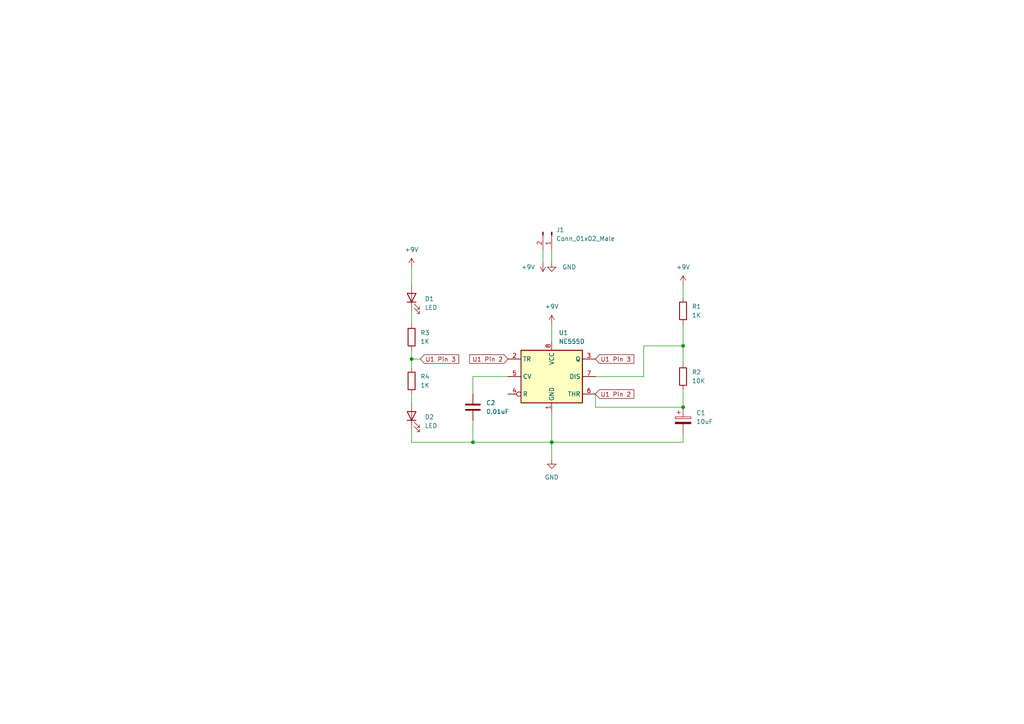
<source format=kicad_sch>
(kicad_sch (version 20211123) (generator eeschema)
  (paper "A4")
  (lib_symbols
    (symbol "Connector:Conn_01x02_Male" (pin_names (offset 1.016) hide)
      (property "Reference" "J" (at 0 2.54 0))
      (property "Value" "Conn_01x02_Male" (at 0 -5.08 0))
      (symbol "Conn_01x02_Male_1_1"
        (polyline (pts (xy 1.27 -2.54) (xy 0.8636 -2.54)) (stroke (width 0.1524)))
        (polyline (pts (xy 1.27 0) (xy 0.8636 0)) (stroke (width 0.1524)))
        (rectangle (start 0.8636 -2.413) (end 0 -2.667) (stroke (width 0.1524)) (fill (type outline)))
        (rectangle (start 0.8636 0.127) (end 0 -0.127) (stroke (width 0.1524)) (fill (type outline)))
        (pin passive line (at 5.08 0 180) (length 3.81) (name "Pin_1") (number "1"))
        (pin passive line (at 5.08 -2.54 180) (length 3.81) (name "Pin_2") (number "2"))
      )
    )
    (symbol "Device:C" (pin_numbers hide) (pin_names (offset 0.254))
      (property "Reference" "C" (at 0.635 2.54 0))
      (property "Value" "C" (at 0.635 -2.54 0))
      (symbol "C_0_1"
        (polyline (pts (xy -2.032 -0.762) (xy 2.032 -0.762)) (stroke (width 0.508)))
        (polyline (pts (xy -2.032 0.762) (xy 2.032 0.762)) (stroke (width 0.508)))
      )
      (symbol "C_1_1"
        (pin passive line (at 0 3.81 270) (length 2.794) (name "~") (number "1"))
        (pin passive line (at 0 -3.81 90) (length 2.794) (name "~") (number "2"))
      )
    )
    (symbol "Device:C_Polarized" (pin_numbers hide) (pin_names (offset 0.254))
      (property "Reference" "C" (at 0.635 2.54 0))
      (property "Value" "C_Polarized" (at 0.635 -2.54 0))
      (symbol "C_Polarized_0_1"
        (rectangle (start -2.286 0.508) (end 2.286 1.016))
        (polyline (pts (xy -1.778 2.286) (xy -0.762 2.286)))
        (polyline (pts (xy -1.27 2.794) (xy -1.27 1.778)))
        (rectangle (start 2.286 -0.508) (end -2.286 -1.016) (fill (type outline)))
      )
      (symbol "C_Polarized_1_1"
        (pin passive line (at 0 3.81 270) (length 2.794) (name "~") (number "1"))
        (pin passive line (at 0 -3.81 90) (length 2.794) (name "~") (number "2"))
      )
    )
    (symbol "Device:LED" (pin_numbers hide) (pin_names (offset 1.016) hide)
      (property "Reference" "D" (at 0 2.54 0))
      (property "Value" "LED" (at 0 -2.54 0))
      (symbol "LED_0_1"
        (polyline (pts (xy -1.27 -1.27) (xy -1.27 1.27)) (stroke (width 0.254)))
        (polyline (pts (xy -1.27 0) (xy 1.27 0)))
        (polyline (pts (xy 1.27 -1.27) (xy 1.27 1.27) (xy -1.27 0) (xy 1.27 -1.27)) (stroke (width 0.254)))
        (polyline (pts (xy -3.048 -0.762) (xy -4.572 -2.286) (xy -3.81 -2.286) (xy -4.572 -2.286) (xy -4.572 -1.524)))
        (polyline (pts (xy -1.778 -0.762) (xy -3.302 -2.286) (xy -2.54 -2.286) (xy -3.302 -2.286) (xy -3.302 -1.524)))
      )
      (symbol "LED_1_1"
        (pin passive line (at -3.81 0 0) (length 2.54) (name "K") (number "1"))
        (pin passive line (at 3.81 0 180) (length 2.54) (name "A") (number "2"))
      )
    )
    (symbol "Device:R" (pin_numbers hide) (pin_names (offset 0))
      (property "Reference" "R" (at 2.032 0 90))
      (property "Value" "R" (at 0 0 90))
      (symbol "R_0_1"
        (rectangle (start -1.016 -2.54) (end 1.016 2.54) (stroke (width 0.254)))
      )
      (symbol "R_1_1"
        (pin passive line (at 0 3.81 270) (length 1.27) (name "~") (number "1"))
        (pin passive line (at 0 -3.81 90) (length 1.27) (name "~") (number "2"))
      )
    )
    (symbol "Timer:NE555D"
      (property "Reference" "U" (at -10.16 8.89 0))
      (property "Value" "NE555D" (at 2.54 8.89 0))
      (symbol "NE555D_0_0"
        (pin power_in line (at 0 -10.16 90) (length 2.54) (name "GND") (number "1"))
        (pin power_in line (at 0 10.16 270) (length 2.54) (name "VCC") (number "8"))
      )
      (symbol "NE555D_0_1"
        (rectangle (start -8.89 -7.62) (end 8.89 7.62) (stroke (width 0.254)) (fill (type background)))
        (rectangle (start -8.89 -7.62) (end 8.89 7.62) (stroke (width 0.254)) (fill (type background)))
      )
      (symbol "NE555D_1_1"
        (pin input line (at -12.7 5.08 0) (length 3.81) (name "TR") (number "2"))
        (pin output line (at 12.7 5.08 180) (length 3.81) (name "Q") (number "3"))
        (pin input inverted (at -12.7 -5.08 0) (length 3.81) (name "R") (number "4"))
        (pin input line (at -12.7 0 0) (length 3.81) (name "CV") (number "5"))
        (pin input line (at 12.7 -5.08 180) (length 3.81) (name "THR") (number "6"))
        (pin input line (at 12.7 0 180) (length 3.81) (name "DIS") (number "7"))
      )
    )
    (symbol "power:+9V" (power) (pin_names (offset 0))
      (property "Value" "+9V" (at 0 3.556 0))
      (symbol "+9V_0_1"
        (polyline (pts (xy -0.762 1.27) (xy 0 2.54)))
        (polyline (pts (xy 0 0) (xy 0 2.54)))
        (polyline (pts (xy 0 2.54) (xy 0.762 1.27)))
      )
      (symbol "+9V_1_1"
        (pin power_in line (at 0 0 90) (length 0) hide (name "+9V") (number "1"))
      )
    )
    (symbol "power:GND" (power) (pin_names (offset 0))
      (property "Value" "GND" (at 0 -3.81 0))
      (symbol "GND_0_1"
        (polyline (pts (xy 0 0) (xy 0 -1.27) (xy 1.27 -1.27) (xy 0 -2.54) (xy -1.27 -1.27) (xy 0 -1.27)))
      )
      (symbol "GND_1_1"
        (pin power_in line (at 0 0 270) (length 0) hide (name "GND") (number "1"))
      )
    )
  )
  (junction (at 198.12 100.33))
  (junction (at 160.02 128.27))
  (junction (at 119.38 104.14))
  (junction (at 198.12 118.11))
  (junction (at 137.16 128.27))
  (wire (pts (xy 172.72 109.22) (xy 186.69 109.22)))
  (wire (pts (xy 137.16 121.92) (xy 137.16 128.27)))
  (wire (pts (xy 198.12 100.33) (xy 198.12 105.41)))
  (wire (pts (xy 186.69 109.22) (xy 186.69 100.33)))
  (wire (pts (xy 198.12 82.55) (xy 198.12 86.36)))
  (wire (pts (xy 119.38 124.46) (xy 119.38 128.27)))
  (wire (pts (xy 119.38 104.14) (xy 119.38 106.68)))
  (wire (pts (xy 198.12 128.27) (xy 160.02 128.27)))
  (wire (pts (xy 137.16 109.22) (xy 137.16 114.3)))
  (wire (pts (xy 119.38 101.6) (xy 119.38 104.14)))
  (wire (pts (xy 198.12 113.03) (xy 198.12 118.11)))
  (wire (pts (xy 198.12 93.98) (xy 198.12 100.33)))
  (wire (pts (xy 119.38 90.17) (xy 119.38 93.98)))
  (wire (pts (xy 119.38 77.47) (xy 119.38 82.55)))
  (wire (pts (xy 172.72 118.11) (xy 172.72 114.3)))
  (wire (pts (xy 147.32 109.22) (xy 137.16 109.22)))
  (wire (pts (xy 198.12 118.11) (xy 172.72 118.11)))
  (wire (pts (xy 137.16 128.27) (xy 160.02 128.27)))
  (wire (pts (xy 119.38 128.27) (xy 137.16 128.27)))
  (wire (pts (xy 198.12 125.73) (xy 198.12 128.27)))
  (wire (pts (xy 157.48 72.39) (xy 157.48 76.2)))
  (wire (pts (xy 119.38 104.14) (xy 121.92 104.14)))
  (wire (pts (xy 119.38 114.3) (xy 119.38 116.84)))
  (wire (pts (xy 160.02 93.98) (xy 160.02 99.06)))
  (wire (pts (xy 160.02 72.39) (xy 160.02 76.2)))
  (wire (pts (xy 160.02 119.38) (xy 160.02 128.27)))
  (wire (pts (xy 160.02 128.27) (xy 160.02 133.35)))
  (wire (pts (xy 186.69 100.33) (xy 198.12 100.33)))
  (global_label "U1 Pin 3" (shape input) (at 121.92 104.14 0) (property "Intersheet References" "${INTERSHEET_REFS}" (effects hide)))
  (global_label "U1 Pin 3" (shape input) (at 172.72 104.14 0) (property "Intersheet References" "${INTERSHEET_REFS}" (effects hide)))
  (global_label "U1 Pin 2" (shape input) (at 147.32 104.14 180) (property "Intersheet References" "${INTERSHEET_REFS}" (effects hide)))
  (global_label "U1 Pin 2" (shape input) (at 172.72 114.3 0) (property "Intersheet References" "${INTERSHEET_REFS}" (effects hide)))
  (symbol (lib_id "Device:LED") (at 119.38 120.65 90) (unit 1)
    (property "Reference" "D2" (at 123.19 120.9674 90) (effects (justify right)))
    (property "Value" "LED" (at 123.19 123.5074 90) (effects (justify right)))
  )
  (symbol (lib_id "Device:C") (at 137.16 118.11 0) (unit 1)
    (property "Reference" "C2" (at 140.97 116.8399 0) (effects (justify left)))
    (property "Value" "0.01uF" (at 140.97 119.3799 0) (effects (justify left)))
  )
  (symbol (lib_id "Device:R") (at 198.12 109.22 0) (unit 1)
    (property "Reference" "R2" (at 200.66 107.9499 0) (effects (justify left)))
    (property "Value" "10K" (at 200.66 110.4899 0) (effects (justify left)))
  )
  (symbol (lib_id "Device:C_Polarized") (at 198.12 121.92 0) (unit 1)
    (property "Reference" "C1" (at 201.93 119.7609 0) (effects (justify left)))
    (property "Value" "10uF" (at 201.93 122.3009 0) (effects (justify left)))
  )
  (symbol (lib_id "Device:R") (at 119.38 97.79 0) (unit 1)
    (property "Reference" "R3" (at 121.92 96.5199 0) (effects (justify left)))
    (property "Value" "1K" (at 121.92 99.0599 0) (effects (justify left)))
  )
  (symbol (lib_id "power:+9V") (at 157.48 76.2 180) (unit 1)
    (property "Reference" "#PWR?" (effects hide))
    (property "Value" "+9V" (at 151.13 77.47 0) (effects (justify right)))
  )
  (symbol (lib_id "power:GND") (at 160.02 76.2 0) (unit 1)
    (property "Reference" "#PWR?" (effects hide))
    (property "Value" "GND" (at 165.1 77.47 0))
  )
  (symbol (lib_id "Connector:Conn_01x02_Male") (at 160.02 67.31 270) (unit 1)
    (property "Reference" "J1" (at 161.29 66.6749 90) (effects (justify left)))
    (property "Value" "Conn_01x02_Male" (at 161.29 69.2149 90) (effects (justify left)))
  )
  (symbol (lib_id "Timer:NE555D") (at 160.02 109.22 0) (unit 1)
    (property "Reference" "U1" (at 162.0394 96.52 0) (effects (justify left)))
    (property "Value" "NE555D" (at 162.0394 99.06 0) (effects (justify left)))
    (property "Footprint" "Package_SO:SOIC-8_3.9x4.9mm_P1.27mm" (effects hide))
    (property "Datasheet" "http://www.ti.com/lit/ds/symlink/ne555.pdf" (effects hide))
  )
  (symbol (lib_id "power:+9V") (at 119.38 77.47 0) (unit 1)
    (property "Reference" "#PWR?" (effects hide))
    (property "Value" "+9V" (at 119.38 72.39 0))
  )
  (symbol (lib_id "power:+9V") (at 160.02 93.98 0) (unit 1)
    (property "Reference" "#PWR?" (effects hide))
    (property "Value" "+9V" (at 160.02 88.9 0))
  )
  (symbol (lib_id "Device:LED") (at 119.38 86.36 90) (unit 1)
    (property "Reference" "D1" (at 123.19 86.6774 90) (effects (justify right)))
    (property "Value" "LED" (at 123.19 89.2174 90) (effects (justify right)))
  )
  (symbol (lib_id "power:+9V") (at 198.12 82.55 0) (unit 1)
    (property "Reference" "#PWR?" (effects hide))
    (property "Value" "+9V" (at 198.12 77.47 0))
  )
  (symbol (lib_id "Device:R") (at 119.38 110.49 0) (unit 1)
    (property "Reference" "R4" (at 121.92 109.2199 0) (effects (justify left)))
    (property "Value" "1K" (at 121.92 111.7599 0) (effects (justify left)))
  )
  (symbol (lib_id "Device:R") (at 198.12 90.17 0) (unit 1)
    (property "Reference" "R1" (at 200.66 88.8999 0) (effects (justify left)))
    (property "Value" "1K" (at 200.66 91.4399 0) (effects (justify left)))
  )
  (symbol (lib_id "power:GND") (at 160.02 133.35 0) (unit 1)
    (property "Reference" "#PWR?" (effects hide))
    (property "Value" "GND" (at 160.02 138.43 0))
  )
)
</source>
